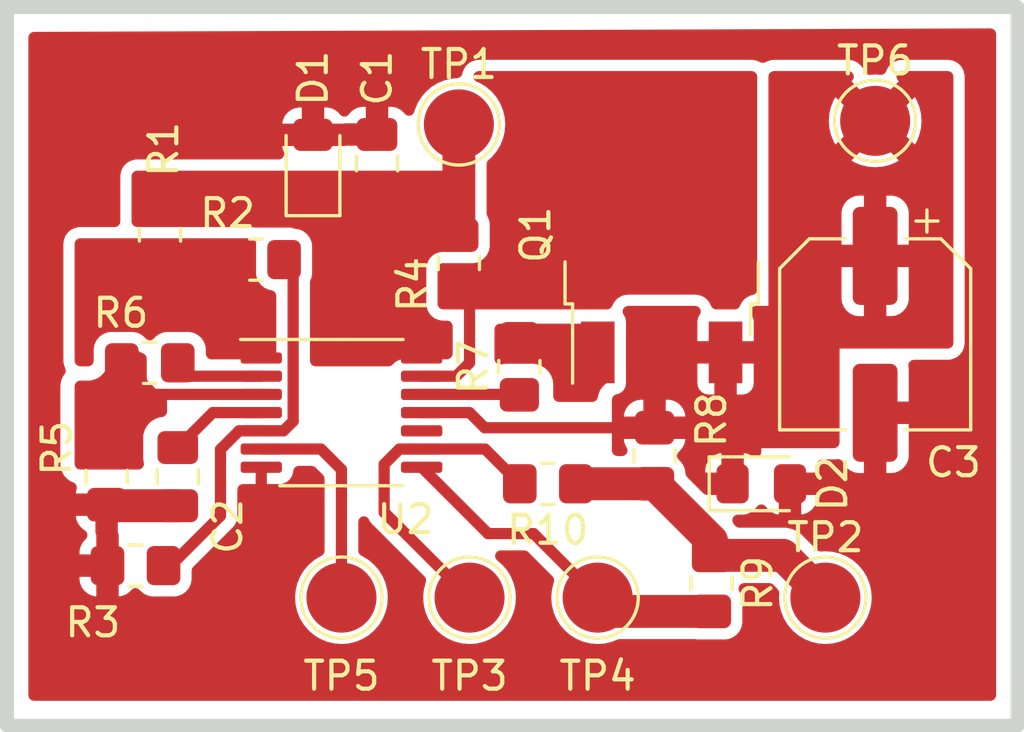
<source format=kicad_pcb>
(kicad_pcb (version 20210126) (generator pcbnew)
  (layers (0 "F.Cu" signal) (31 "B.Cu" signal) (34 "B.Paste" user) (35 "F.Paste" user) (36 "B.SilkS" user "B.Silkscreen") (37 "F.SilkS" user "F.Silkscreen") (38 "B.Mask" user) (39 "F.Mask" user) (44 "Edge.Cuts" user))
  (net 0 "")
  (net 1 "GND")
  (net 2 "/HS_in")
  (net 3 "/TIMER")
  (net 4 "/OUT")
  (net 5 "/SENS")
  (net 6 "Net-(Q1-Pad1)")
  (net 7 "Net-(R1-Pad2)")
  (net 8 "/EN")
  (net 9 "/PROG")
  (net 10 "/VREF")
  (net 11 "/GATE")
  (net 12 "Net-(R10-Pad1)")
  (net 13 "/PG")
  (net 14 "Net-(R10-Pad2)")
  (net 15 "Net-(TP5-Pad1)")
  (footprint "TestPoint:TestPoint_Pad_D2.5mm" (layer "F.Cu") (at 152.654 68.326)
    (fp_text reference "TP5" (at 0 2.794) (layer "F.SilkS"))
    (fp_text value "IMON")
    (fp_circle (center 0 0) (end 0 1.45) (layer "F.SilkS") (width 0.12) (fill none))
    (pad "1" smd circle (at 0 0) (size 2.5 2.5) (layers "F.Cu" "F.Mask") (net 15 "Net-(TP5-Pad1)"))
  )
  (footprint "Package_SO:TSSOP-14_4.4x5mm_P0.65mm" (layer "F.Cu") (at 152.654 61.722)
    (fp_text reference "U2" (at 2.286 3.81) (layer "F.SilkS"))
    (fp_text value "TPS2493PW")
    (fp_line (start 0 2.61) (end -2.2 2.61) (layer "F.SilkS") (width 0.12))
    (fp_line (start 0 -2.61) (end 2.2 -2.61) (layer "F.SilkS") (width 0.12))
    (fp_line (start 0 -2.61) (end -3.6 -2.61) (layer "F.SilkS") (width 0.12))
    (fp_line (start 0 2.61) (end 2.2 2.61) (layer "F.SilkS") (width 0.12))
    (pad "1" smd roundrect (at -2.8625 -1.95) (size 1.475 0.4) (layers "F.Cu" "F.Paste" "F.Mask") (net 7 "Net-(R1-Pad2)"))
    (pad "2" smd roundrect (at -2.8625 -1.3) (size 1.475 0.4) (layers "F.Cu" "F.Paste" "F.Mask") (net 10 "/VREF"))
    (pad "3" smd roundrect (at -2.8625 -0.65) (size 1.475 0.4) (layers "F.Cu" "F.Paste" "F.Mask") (net 9 "/PROG"))
    (pad "4" smd roundrect (at -2.8625 0) (size 1.475 0.4) (layers "F.Cu" "F.Paste" "F.Mask") (net 3 "/TIMER"))
    (pad "5" smd roundrect (at -2.8625 0.65) (size 1.475 0.4) (layers "F.Cu" "F.Paste" "F.Mask") (net 8 "/EN"))
    (pad "6" smd roundrect (at -2.8625 1.3) (size 1.475 0.4) (layers "F.Cu" "F.Paste" "F.Mask") (net 15 "Net-(TP5-Pad1)"))
    (pad "7" smd roundrect (at -2.8625 1.95) (size 1.475 0.4) (layers "F.Cu" "F.Paste" "F.Mask") (net 1 "GND"))
    (pad "8" smd roundrect (at 2.8625 1.95) (size 1.475 0.4) (layers "F.Cu" "F.Paste" "F.Mask") (net 13 "/PG"))
    (pad "9" smd roundrect (at 2.8625 1.3) (size 1.475 0.4) (layers "F.Cu" "F.Paste" "F.Mask") (net 14 "Net-(R10-Pad2)"))
    (pad "10" smd roundrect (at 2.8625 0.65) (size 1.475 0.4) (layers "F.Cu" "F.Paste" "F.Mask"))
    (pad "11" smd roundrect (at 2.8625 0) (size 1.475 0.4) (layers "F.Cu" "F.Paste" "F.Mask") (net 4 "/OUT"))
    (pad "12" smd roundrect (at 2.8625 -0.65) (size 1.475 0.4) (layers "F.Cu" "F.Paste" "F.Mask") (net 11 "/GATE"))
    (pad "13" smd roundrect (at 2.8625 -1.3) (size 1.475 0.4) (layers "F.Cu" "F.Paste" "F.Mask") (net 5 "/SENS"))
    (pad "14" smd roundrect (at 2.8625 -1.95) (size 1.475 0.4) (layers "F.Cu" "F.Paste" "F.Mask") (net 2 "/HS_in"))
  )
  (footprint "TestPoint:TestPoint_Pad_D2.5mm" (layer "F.Cu") (at 171.704 51.308)
    (fp_text reference "TP6" (at 0 -2.148) (layer "F.SilkS"))
    (fp_text value "HS0_out")
    (fp_circle (center 0 0) (end 0 1.45) (layer "F.SilkS") (width 0.12) (fill none))
    (pad "1" smd circle (at 0 0) (size 2.5 2.5) (layers "F.Cu" "F.Mask") (net 4 "/OUT"))
  )
  (footprint "TestPoint:TestPoint_Pad_D2.5mm" (layer "F.Cu") (at 161.798 68.326)
    (fp_text reference "TP4" (at 0 2.794) (layer "F.SilkS"))
    (fp_text value "~PG")
    (fp_circle (center 0 0) (end 0 1.45) (layer "F.SilkS") (width 0.12) (fill none))
    (pad "1" smd circle (at 0 0) (size 2.5 2.5) (layers "F.Cu" "F.Mask") (net 13 "/PG"))
  )
  (footprint "Resistor_SMD:R_0805_2012Metric_Pad1.20x1.40mm_HandSolder" (layer "F.Cu") (at 149.606 56.261)
    (fp_text reference "R2" (at -1.016 -1.651) (layer "F.SilkS"))
    (fp_text value "R")
    (fp_line (start -0.227064 0.735) (end 0.227064 0.735) (layer "F.SilkS") (width 0.12))
    (fp_line (start -0.227064 -0.735) (end 0.227064 -0.735) (layer "F.SilkS") (width 0.12))
    (pad "1" smd roundrect (at -1 0) (size 1.2 1.4) (layers "F.Cu" "F.Paste" "F.Mask") (roundrect_rratio 0.2083333333333333) (net 7 "Net-(R1-Pad2)"))
    (pad "2" smd roundrect (at 1 0) (size 1.2 1.4) (layers "F.Cu" "F.Paste" "F.Mask") (roundrect_rratio 0.2083333333333333) (net 8 "/EN"))
  )
  (footprint "Resistor_SMD:R_0805_2012Metric_Pad1.20x1.40mm_HandSolder" (layer "F.Cu") (at 145.304 67.183 180)
    (fp_text reference "R3" (at 1.524 -2.032) (layer "F.SilkS"))
    (fp_text value "R")
    (fp_line (start -0.227064 0.735) (end 0.227064 0.735) (layer "F.SilkS") (width 0.12))
    (fp_line (start -0.227064 -0.735) (end 0.227064 -0.735) (layer "F.SilkS") (width 0.12))
    (pad "1" smd roundrect (at -1 0 180) (size 1.2 1.4) (layers "F.Cu" "F.Paste" "F.Mask") (roundrect_rratio 0.2083333333333333) (net 8 "/EN"))
    (pad "2" smd roundrect (at 1 0 180) (size 1.2 1.4) (layers "F.Cu" "F.Paste" "F.Mask") (roundrect_rratio 0.2083333333333333) (net 1 "GND"))
  )
  (footprint "Diode_SMD:D_0805_2012Metric_Pad1.15x1.40mm_HandSolder" (layer "F.Cu") (at 167.64 64.262)
    (fp_text reference "D2" (at 2.54 0 90) (layer "F.SilkS"))
    (fp_text value "D_Schottky")
    (fp_line (start -1.86 0.96) (end 1 0.96) (layer "F.SilkS") (width 0.12))
    (fp_line (start 1 -0.96) (end -1.86 -0.96) (layer "F.SilkS") (width 0.12))
    (fp_line (start -1.86 -0.96) (end -1.86 0.96) (layer "F.SilkS") (width 0.12))
    (pad "1" smd roundrect (at -1.025 0) (size 1.15 1.4) (layers "F.Cu" "F.Paste" "F.Mask") (roundrect_rratio 0.2173913043478261) (net 4 "/OUT"))
    (pad "2" smd roundrect (at 1.025 0) (size 1.15 1.4) (layers "F.Cu" "F.Paste" "F.Mask") (roundrect_rratio 0.2173913043478261) (net 1 "GND"))
  )
  (footprint "Resistor_SMD:R_0805_2012Metric_Pad1.20x1.40mm_HandSolder" (layer "F.Cu") (at 146.177 55.372 -90)
    (fp_text reference "R1" (at -3.048 -0.127 90) (layer "F.SilkS"))
    (fp_text value "R")
    (fp_line (start -0.227064 -0.735) (end 0.227064 -0.735) (layer "F.SilkS") (width 0.12))
    (fp_line (start -0.227064 0.735) (end 0.227064 0.735) (layer "F.SilkS") (width 0.12))
    (pad "1" smd roundrect (at -1 0 270) (size 1.2 1.4) (layers "F.Cu" "F.Paste" "F.Mask") (roundrect_rratio 0.2083333333333333) (net 2 "/HS_in"))
    (pad "2" smd roundrect (at 1 0 270) (size 1.2 1.4) (layers "F.Cu" "F.Paste" "F.Mask") (roundrect_rratio 0.2083333333333333) (net 7 "Net-(R1-Pad2)"))
  )
  (footprint "Diode_SMD:D_0805_2012Metric_Pad1.15x1.40mm_HandSolder" (layer "F.Cu") (at 151.638 52.832 90)
    (fp_text reference "D1" (at 3.048 0 90) (layer "F.SilkS"))
    (fp_text value "D_Zener")
    (fp_line (start -1.86 0.96) (end 1 0.96) (layer "F.SilkS") (width 0.12))
    (fp_line (start -1.86 -0.96) (end -1.86 0.96) (layer "F.SilkS") (width 0.12))
    (fp_line (start 1 -0.96) (end -1.86 -0.96) (layer "F.SilkS") (width 0.12))
    (pad "1" smd roundrect (at -1.025 0 90) (size 1.15 1.4) (layers "F.Cu" "F.Paste" "F.Mask") (roundrect_rratio 0.2173913043478261) (net 2 "/HS_in"))
    (pad "2" smd roundrect (at 1.025 0 90) (size 1.15 1.4) (layers "F.Cu" "F.Paste" "F.Mask") (roundrect_rratio 0.2173913043478261) (net 1 "GND"))
  )
  (footprint "Capacitor_SMD:C_0805_2012Metric_Pad1.18x1.45mm_HandSolder" (layer "F.Cu") (at 146.812 64.008 -90)
    (fp_text reference "C2" (at 1.778 -1.778 90) (layer "F.SilkS"))
    (fp_text value "C")
    (fp_line (start -0.261252 -0.735) (end 0.261252 -0.735) (layer "F.SilkS") (width 0.12))
    (fp_line (start -0.261252 0.735) (end 0.261252 0.735) (layer "F.SilkS") (width 0.12))
    (pad "1" smd roundrect (at -1.0375 0 270) (size 1.175 1.45) (layers "F.Cu" "F.Paste" "F.Mask") (roundrect_rratio 0.2127659574468085) (net 3 "/TIMER"))
    (pad "2" smd roundrect (at 1.0375 0 270) (size 1.175 1.45) (layers "F.Cu" "F.Paste" "F.Mask") (roundrect_rratio 0.2127659574468085) (net 1 "GND"))
  )
  (footprint "TestPoint:TestPoint_Pad_D2.5mm" (layer "F.Cu") (at 169.926 68.326)
    (fp_text reference "TP2" (at 0 -2.148) (layer "F.SilkS"))
    (fp_text value "V_LOGIC")
    (fp_circle (center 0 0) (end 0 1.45) (layer "F.SilkS") (width 0.12) (fill none))
    (pad "1" smd circle (at 0 0) (size 2.5 2.5) (layers "F.Cu" "F.Mask") (net 12 "Net-(R10-Pad1)"))
  )
  (footprint "TestPoint:TestPoint_Pad_D2.5mm" (layer "F.Cu") (at 156.845 51.435)
    (fp_text reference "TP1" (at 0 -2.148) (layer "F.SilkS"))
    (fp_text value "HS0_in")
    (fp_circle (center 0 0) (end 0 1.45) (layer "F.SilkS") (width 0.12) (fill none))
    (pad "1" smd circle (at 0 0) (size 2.5 2.5) (layers "F.Cu" "F.Mask") (net 2 "/HS_in"))
  )
  (footprint "Resistor_SMD:R_0805_2012Metric_Pad1.20x1.40mm_HandSolder" (layer "F.Cu") (at 160.02 64.262 180)
    (fp_text reference "R10" (at 0 -1.65) (layer "F.SilkS"))
    (fp_text value "470k")
    (fp_line (start -0.227064 -0.735) (end 0.227064 -0.735) (layer "F.SilkS") (width 0.12))
    (fp_line (start -0.227064 0.735) (end 0.227064 0.735) (layer "F.SilkS") (width 0.12))
    (pad "1" smd roundrect (at -1 0 180) (size 1.2 1.4) (layers "F.Cu" "F.Paste" "F.Mask") (roundrect_rratio 0.2083333333333333) (net 12 "Net-(R10-Pad1)"))
    (pad "2" smd roundrect (at 1 0 180) (size 1.2 1.4) (layers "F.Cu" "F.Paste" "F.Mask") (roundrect_rratio 0.2083333333333333) (net 14 "Net-(R10-Pad2)"))
  )
  (footprint "TestPoint:TestPoint_Pad_D2.5mm" (layer "F.Cu") (at 157.226 68.326)
    (fp_text reference "TP3" (at 0 2.794) (layer "F.SilkS"))
    (fp_text value "~PG")
    (fp_circle (center 0 0) (end 0 1.45) (layer "F.SilkS") (width 0.12) (fill none))
    (pad "1" smd circle (at 0 0) (size 2.5 2.5) (layers "F.Cu" "F.Mask") (net 14 "Net-(R10-Pad2)"))
  )
  (footprint "Resistor_SMD:R_0805_2012Metric_Pad1.20x1.40mm_HandSolder" (layer "F.Cu") (at 145.812 59.944)
    (fp_text reference "R6" (at -1.032 -1.778) (layer "F.SilkS"))
    (fp_text value "R")
    (fp_line (start -0.227064 0.735) (end 0.227064 0.735) (layer "F.SilkS") (width 0.12))
    (fp_line (start -0.227064 -0.735) (end 0.227064 -0.735) (layer "F.SilkS") (width 0.12))
    (pad "1" smd roundrect (at -1 0) (size 1.2 1.4) (layers "F.Cu" "F.Paste" "F.Mask") (roundrect_rratio 0.2083333333333333) (net 9 "/PROG"))
    (pad "2" smd roundrect (at 1 0) (size 1.2 1.4) (layers "F.Cu" "F.Paste" "F.Mask") (roundrect_rratio 0.2083333333333333) (net 10 "/VREF"))
  )
  (footprint "Capacitor_SMD:CP_Elec_6.3x5.3" (layer "F.Cu") (at 171.704 58.928 -90)
    (fp_text reference "C3" (at 4.572 -2.794 180) (layer "F.SilkS"))
    (fp_text value "47u")
    (fp_line (start -4.04375 -2.24125) (end -4.04375 -1.45375) (layer "F.SilkS") (width 0.12))
    (fp_line (start -3.41 2.345563) (end -3.41 1.06) (layer "F.SilkS") (width 0.12))
    (fp_line (start -3.41 -2.345563) (end -3.41 -1.06) (layer "F.SilkS") (width 0.12))
    (fp_line (start 3.41 3.41) (end 3.41 1.06) (layer "F.SilkS") (width 0.12))
    (fp_line (start -4.4375 -1.8475) (end -3.65 -1.8475) (layer "F.SilkS") (width 0.12))
    (fp_line (start -3.41 2.345563) (end -2.345563 3.41) (layer "F.SilkS") (width 0.12))
    (fp_line (start 3.41 -3.41) (end 3.41 -1.06) (layer "F.SilkS") (width 0.12))
    (fp_line (start -2.345563 3.41) (end 3.41 3.41) (layer "F.SilkS") (width 0.12))
    (fp_line (start -2.345563 -3.41) (end 3.41 -3.41) (layer "F.SilkS") (width 0.12))
    (fp_line (start -3.41 -2.345563) (end -2.345563 -3.41) (layer "F.SilkS") (width 0.12))
    (pad "1" smd roundrect (at -2.8 0 270) (size 3.5 1.6) (layers "F.Cu" "F.Paste" "F.Mask") (roundrect_rratio 0.15625) (net 4 "/OUT"))
    (pad "2" smd roundrect (at 2.8 0 270) (size 3.5 1.6) (layers "F.Cu" "F.Paste" "F.Mask") (roundrect_rratio 0.15625) (net 1 "GND"))
  )
  (footprint "Resistor_SMD:R_0805_2012Metric_Pad1.20x1.40mm_HandSolder" (layer "F.Cu") (at 165.862 67.818 -90)
    (fp_text reference "R9" (at 0 -1.65 90) (layer "F.SilkS"))
    (fp_text value "470k")
    (fp_line (start -0.227064 -0.735) (end 0.227064 -0.735) (layer "F.SilkS") (width 0.12))
    (fp_line (start -0.227064 0.735) (end 0.227064 0.735) (layer "F.SilkS") (width 0.12))
    (pad "1" smd roundrect (at -1 0 270) (size 1.2 1.4) (layers "F.Cu" "F.Paste" "F.Mask") (roundrect_rratio 0.2083333333333333) (net 12 "Net-(R10-Pad1)"))
    (pad "2" smd roundrect (at 1 0 270) (size 1.2 1.4) (layers "F.Cu" "F.Paste" "F.Mask") (roundrect_rratio 0.2083333333333333) (net 13 "/PG"))
  )
  (footprint "Package_TO_SOT_SMD:TO-252-2" (layer "F.Cu") (at 164.084 55.372 90)
    (fp_text reference "Q1" (at 0 -4.5 90) (layer "F.SilkS"))
    (fp_text value "BUK7208-40B")
    (fp_line (start -2.47 -3.18) (end -5.3 -3.18) (layer "F.SilkS") (width 0.12))
    (fp_line (start -2.47 3.45) (end -2.47 3.18) (layer "F.SilkS") (width 0.12))
    (fp_line (start -0.97 -3.45) (end -2.47 -3.45) (layer "F.SilkS") (width 0.12))
    (fp_line (start -2.47 3.18) (end -3.57 3.18) (layer "F.SilkS") (width 0.12))
    (fp_line (start -2.47 -3.45) (end -2.47 -3.18) (layer "F.SilkS") (width 0.12))
    (fp_line (start -0.97 3.45) (end -2.47 3.45) (layer "F.SilkS") (width 0.12))
    (pad "1" smd rect (at -4.2 -2.28 90) (size 2.2 1.2) (layers "F.Cu" "F.Paste" "F.Mask") (net 6 "Net-(Q1-Pad1)"))
    (pad "2" smd rect (at 2.1 0 90) (size 6.4 5.8) (layers "F.Cu" "F.Mask") (net 5 "/SENS"))
    (pad "3" smd rect (at -4.2 2.28 90) (size 2.2 1.2) (layers "F.Cu" "F.Paste" "F.Mask") (net 4 "/OUT"))
  )
  (footprint "Resistor_SMD:R_0805_2012Metric_Pad1.20x1.40mm_HandSolder" (layer "F.Cu") (at 144.272 64.008 -90)
    (fp_text reference "R5" (at -1.016 1.778 90) (layer "F.SilkS"))
    (fp_text value "R")
    (fp_line (start -0.227064 0.735) (end 0.227064 0.735) (layer "F.SilkS") (width 0.12))
    (fp_line (start -0.227064 -0.735) (end 0.227064 -0.735) (layer "F.SilkS") (width 0.12))
    (pad "1" smd roundrect (at -1 0 270) (size 1.2 1.4) (layers "F.Cu" "F.Paste" "F.Mask") (roundrect_rratio 0.2083333333333333) (net 9 "/PROG"))
    (pad "2" smd roundrect (at 1 0 270) (size 1.2 1.4) (layers "F.Cu" "F.Paste" "F.Mask") (roundrect_rratio 0.2083333333333333) (net 1 "GND"))
  )
  (footprint "Capacitor_SMD:C_0805_2012Metric_Pad1.18x1.45mm_HandSolder" (layer "F.Cu") (at 153.924 52.832 90)
    (fp_text reference "C1" (at 3.048 0 90) (layer "F.SilkS"))
    (fp_text value "C")
    (fp_line (start -0.261252 -0.735) (end 0.261252 -0.735) (layer "F.SilkS") (width 0.12))
    (fp_line (start -0.261252 0.735) (end 0.261252 0.735) (layer "F.SilkS") (width 0.12))
    (pad "1" smd roundrect (at -1.0375 0 90) (size 1.175 1.45) (layers "F.Cu" "F.Paste" "F.Mask") (roundrect_rratio 0.2127659574468085) (net 2 "/HS_in"))
    (pad "2" smd roundrect (at 1.0375 0 90) (size 1.175 1.45) (layers "F.Cu" "F.Paste" "F.Mask") (roundrect_rratio 0.2127659574468085) (net 1 "GND"))
  )
  (footprint "Resistor_SMD:R_0805_2012Metric_Pad1.20x1.40mm_HandSolder" (layer "F.Cu") (at 156.845 56.388 -90)
    (fp_text reference "R4" (at 0.762 1.651 -90) (layer "F.SilkS"))
    (fp_text value "0R01")
    (fp_line (start -0.227064 -0.735) (end 0.227064 -0.735) (layer "F.SilkS") (width 0.12))
    (fp_line (start -0.227064 0.735) (end 0.227064 0.735) (layer "F.SilkS") (width 0.12))
    (pad "1" smd roundrect (at -1 0 270) (size 1.2 1.4) (layers "F.Cu" "F.Paste" "F.Mask") (roundrect_rratio 0.2083333333333333) (net 2 "/HS_in"))
    (pad "2" smd roundrect (at 1 0 270) (size 1.2 1.4) (layers "F.Cu" "F.Paste" "F.Mask") (roundrect_rratio 0.2083333333333333) (net 5 "/SENS"))
  )
  (footprint "Resistor_SMD:R_0805_2012Metric_Pad1.20x1.40mm_HandSolder" (layer "F.Cu") (at 163.83 63.262 -90)
    (fp_text reference "R8" (at -1.286 -2.032 -90) (layer "F.SilkS"))
    (fp_text value "0R")
    (fp_line (start -0.227064 -0.735) (end 0.227064 -0.735) (layer "F.SilkS") (width 0.12))
    (fp_line (start -0.227064 0.735) (end 0.227064 0.735) (layer "F.SilkS") (width 0.12))
    (pad "1" smd roundrect (at -1 0 270) (size 1.2 1.4) (layers "F.Cu" "F.Paste" "F.Mask") (roundrect_rratio 0.2083333333333333) (net 4 "/OUT"))
    (pad "2" smd roundrect (at 1 0 270) (size 1.2 1.4) (layers "F.Cu" "F.Paste" "F.Mask") (roundrect_rratio 0.2083333333333333) (net 12 "Net-(R10-Pad1)"))
  )
  (footprint "Resistor_SMD:R_0805_2012Metric_Pad1.20x1.40mm_HandSolder" (layer "F.Cu") (at 159.004 60.087 90)
    (fp_text reference "R7" (at 0 -1.65 90) (layer "F.SilkS"))
    (fp_text value "10R")
    (fp_line (start -0.227064 0.735) (end 0.227064 0.735) (layer "F.SilkS") (width 0.12))
    (fp_line (start -0.227064 -0.735) (end 0.227064 -0.735) (layer "F.SilkS") (width 0.12))
    (pad "1" smd roundrect (at -1 0 90) (size 1.2 1.4) (layers "F.Cu" "F.Paste" "F.Mask") (roundrect_rratio 0.2083333333333333) (net 11 "/GATE"))
    (pad "2" smd roundrect (at 1 0 90) (size 1.2 1.4) (layers "F.Cu" "F.Paste" "F.Mask") (roundrect_rratio 0.2083333333333333) (net 6 "Net-(Q1-Pad1)"))
  )
  (gr_rect (start 140.716 47.244) (end 176.784 72.898) (layer "Edge.Cuts") (width 0.5) (fill none))
  (segment (start 144.3095 65.0455) (end 144.272 65.008) (width 1.175) (layer "F.Cu") (net 1))
  (segment (start 146.812 65.0455) (end 144.3095 65.0455) (width 1.175) (layer "F.Cu") (net 1))
  (segment (start 156.845 55.388) (end 156.829 55.388) (width 0.8) (layer "F.Cu") (net 2))
  (segment (start 156.845 51.435) (end 156.845 55.388) (width 1.175) (layer "F.Cu") (net 2))
  (segment (start 148.0605 61.722) (end 146.812 62.9705) (width 0.4) (layer "F.Cu") (net 3))
  (segment (start 149.7915 61.722) (end 148.0605 61.722) (width 0.4) (layer "F.Cu") (net 3))
  (segment (start 157.766 62.262) (end 163.83 62.262) (width 0.4) (layer "F.Cu") (net 4))
  (segment (start 155.5165 61.722) (end 157.226 61.722) (width 0.4) (layer "F.Cu") (net 4))
  (segment (start 157.226 61.722) (end 157.766 62.262) (width 0.4) (layer "F.Cu") (net 4))
  (segment (start 157.226 57.769) (end 156.845 57.388) (width 0.4) (layer "F.Cu") (net 5))
  (segment (start 157.226 59.944) (end 157.226 57.769) (width 0.4) (layer "F.Cu") (net 5))
  (segment (start 155.5165 60.422) (end 156.748 60.422) (width 0.4) (layer "F.Cu") (net 5))
  (segment (start 156.748 60.422) (end 157.226 59.944) (width 0.4) (layer "F.Cu") (net 5))
  (segment (start 148.996864 62.372) (end 148.336 63.032864) (width 0.4) (layer "F.Cu") (net 8))
  (segment (start 146.558 67.183) (end 146.304 67.183) (width 0.4) (layer "F.Cu") (net 8))
  (segment (start 149.7915 62.372) (end 148.996864 62.372) (width 0.4) (layer "F.Cu") (net 8))
  (segment (start 150.92902 62.029116) (end 150.92902 56.71102) (width 0.4) (layer "F.Cu") (net 8))
  (segment (start 149.7915 62.372) (end 150.586136 62.372) (width 0.4) (layer "F.Cu") (net 8))
  (segment (start 150.586136 62.372) (end 150.92902 62.029116) (width 0.4) (layer "F.Cu") (net 8))
  (segment (start 150.92902 56.71102) (end 150.479 56.261) (width 0.4) (layer "F.Cu") (net 8))
  (segment (start 148.336 63.032864) (end 148.336 65.405) (width 0.4) (layer "F.Cu") (net 8))
  (segment (start 148.336 65.405) (end 146.558 67.183) (width 0.4) (layer "F.Cu") (net 8))
  (segment (start 145.94 61.072) (end 144.812 59.944) (width 0.4) (layer "F.Cu") (net 9))
  (segment (start 149.7915 61.072) (end 145.94 61.072) (width 0.4) (layer "F.Cu") (net 9))
  (segment (start 147.29 60.422) (end 146.812 59.944) (width 0.4) (layer "F.Cu") (net 10))
  (segment (start 149.7915 60.422) (end 147.29 60.422) (width 0.4) (layer "F.Cu") (net 10))
  (segment (start 158.989 61.072) (end 159.004 61.087) (width 0.4) (layer "F.Cu") (net 11))
  (segment (start 155.5165 61.072) (end 158.989 61.072) (width 0.4) (layer "F.Cu") (net 11))
  (segment (start 168.418 66.818) (end 165.862 66.818) (width 1.175) (layer "F.Cu") (net 12))
  (segment (start 165.862 66.818) (end 165.862 66.294) (width 1.175) (layer "F.Cu") (net 12))
  (segment (start 165.862 66.294) (end 163.83 64.262) (width 1.175) (layer "F.Cu") (net 12))
  (segment (start 169.926 68.326) (end 168.418 66.818) (width 1.175) (layer "F.Cu") (net 12))
  (segment (start 161.02 64.262) (end 163.83 64.262) (width 1.175) (layer "F.Cu") (net 12))
  (segment (start 162.29 68.818) (end 161.798 68.326) (width 1.175) (layer "F.Cu") (net 13))
  (segment (start 161.798 68.326) (end 159.512 66.04) (width 0.4) (layer "F.Cu") (net 13))
  (segment (start 165.862 68.818) (end 162.29 68.818) (width 1.175) (layer "F.Cu") (net 13))
  (segment (start 159.512 66.04) (end 157.8845 66.04) (width 0.4) (layer "F.Cu") (net 13))
  (segment (start 157.8845 66.04) (end 155.5165 63.672) (width 0.4) (layer "F.Cu") (net 13))
  (segment (start 154.178 65.278) (end 154.178 64.262) (width 0.4) (layer "F.Cu") (net 14))
  (segment (start 154.178 63.565864) (end 154.721864 63.022) (width 0.4) (layer "F.Cu") (net 14))
  (segment (start 157.226 68.326) (end 154.178 65.278) (width 0.4) (layer "F.Cu") (net 14))
  (segment (start 157.78 63.022) (end 159.02 64.262) (width 0.4) (layer "F.Cu") (net 14))
  (segment (start 154.178 64.262) (end 154.178 63.565864) (width 0.4) (layer "F.Cu") (net 14))
  (segment (start 154.721864 63.022) (end 155.5165 63.022) (width 0.4) (layer "F.Cu") (net 14))
  (segment (start 155.5165 63.022) (end 157.78 63.022) (width 0.4) (layer "F.Cu") (net 14))
  (segment (start 152.654 63.754) (end 152.654 68.326) (width 0.4) (layer "F.Cu") (net 15))
  (segment (start 149.7915 63.022) (end 151.922 63.022) (width 0.4) (layer "F.Cu") (net 15))
  (segment (start 151.922 63.022) (end 152.654 63.754) (width 0.4) (layer "F.Cu") (net 15))
  (zone (net 7) (net_name "Net-(R1-Pad2)") (layer "F.Cu") (priority 3) (connect_pads yes (clearance 0.4)) (min_thickness 0.4) (fill yes (thermal_gap 0.4) (thermal_bridge_width 0.8))
    (polygon (pts (xy 150.749 60.071) (xy 143.129 60.071) (xy 143.129 55.499) (xy 150.749 55.499)))
  )
  (zone (net 5) (net_name "/SENS") (layer "F.Cu") (priority 3) (connect_pads yes (clearance 0.4)) (min_thickness 0.4) (fill yes (thermal_gap 0.4) (thermal_bridge_width 0.8))
    (polygon (pts (xy 168.148 58.039) (xy 156.083 58.039) (xy 156.083 56.134) (xy 157.099 56.134) (xy 157.099 49.53) (xy 168.148 49.53)))
  )
  (zone (net 6) (net_name "Net-(Q1-Pad1)") (layer "F.Cu") (priority 1) (connect_pads yes (clearance 0.508)) (min_thickness 0.4) (fill yes (thermal_gap 0.508) (thermal_bridge_width 0.508))
    (polygon (pts (xy 162.56 61.341) (xy 158.115 61.341) (xy 158.115 58.293) (xy 162.56 58.293)))
  )
  (zone (net 4) (net_name "/OUT") (layer "F.Cu") (priority 8) (connect_pads (clearance 0.4)) (min_thickness 0.4) (fill yes (thermal_gap 0.4) (thermal_bridge_width 0.8))
    (polygon (pts (xy 174.498 59.436) (xy 170.434 59.436) (xy 170.434 62.992) (xy 167.64 62.992) (xy 167.64 65.532) (xy 162.306 65.532) (xy 162.306 57.912) (xy 167.894 57.912) (xy 167.894 49.53) (xy 174.498 49.53)))
  )
  (zone (net 9) (net_name "/PROG") (layer "F.Cu") (priority 1) (connect_pads yes (clearance 0.508)) (min_thickness 0.4) (fill yes (thermal_gap 0.508) (thermal_bridge_width 0.508))
    (polygon (pts (xy 146.431 63.754) (xy 143.129 63.754) (xy 143.129 58.801) (xy 146.431 58.801)))
  )
  (zone (net 1) (net_name "GND") (layer "F.Cu") (connect_pads (clearance 0.4)) (min_thickness 0.4) (fill yes (thermal_gap 0.4) (thermal_bridge_width 0.8))
    (polygon (pts (xy 176.022 72.009) (xy 141.478 72.009) (xy 141.478 48.133) (xy 176.022 48.006)))
  )
  (zone (net 2) (net_name "/HS_in") (layer "F.Cu") (priority 2) (connect_pads yes (clearance 0.4)) (min_thickness 0.4) (fill yes (thermal_gap 0.4) (thermal_bridge_width 0.8))
    (polygon (pts (xy 156.718 60.071) (xy 150.876 60.071) (xy 150.876 55.118) (xy 145.161 55.118) (xy 145.161 53.086) (xy 156.718 53.086)))
  )
)
</source>
